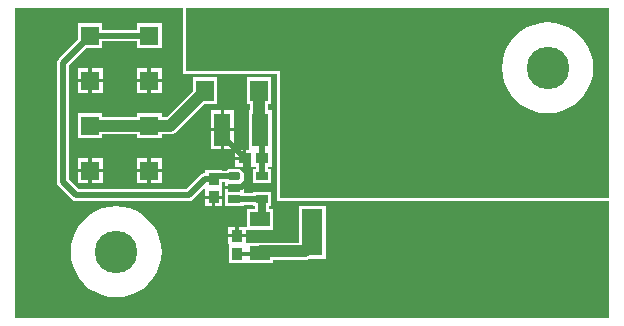
<source format=gtl>
%FSLAX44Y44*%
%MOMM*%
G71*
G01*
G75*
G04 Layer_Physical_Order=1*
G04 Layer_Color=255*
%ADD10R,1.7000X1.2500*%
%ADD11R,10.0000X13.5000*%
%ADD12R,1.8000X4.0000*%
G04:AMPARAMS|DCode=13|XSize=0.7mm|YSize=1.1mm|CornerRadius=0mm|HoleSize=0mm|Usage=FLASHONLY|Rotation=270.000|XOffset=0mm|YOffset=0mm|HoleType=Round|Shape=Octagon|*
%AMOCTAGOND13*
4,1,8,0.5500,0.1750,0.5500,-0.1750,0.3750,-0.3500,-0.3750,-0.3500,-0.5500,-0.1750,-0.5500,0.1750,-0.3750,0.3500,0.3750,0.3500,0.5500,0.1750,0.0*
%
%ADD13OCTAGOND13*%

%ADD14R,1.1000X0.7000*%
%ADD15R,0.9500X1.0000*%
%ADD16R,4.0000X2.5000*%
%ADD17R,1.6000X1.8000*%
%ADD18R,1.4500X2.8000*%
%ADD19R,1.1000X0.9500*%
%ADD20C,0.5000*%
%ADD21C,1.0000*%
%ADD22C,0.6800*%
%ADD23C,0.3000*%
%ADD24R,1.6000X1.6000*%
%ADD25C,3.6000*%
%ADD26O,3.5000X3.0000*%
%ADD27R,3.5000X3.0000*%
%ADD28C,0.8000*%
G36*
X506534Y105250D02*
X228250D01*
Y212750D01*
X148250D01*
Y266534D01*
X506534D01*
Y105250D01*
D02*
G37*
G36*
X145750Y210250D02*
X225750D01*
Y102750D01*
X506534D01*
Y3467D01*
X3467D01*
Y266534D01*
X145750D01*
Y210250D01*
D02*
G37*
%LPC*%
G36*
X65752Y139041D02*
X56712D01*
Y130001D01*
X65752D01*
Y139041D01*
D02*
G37*
G36*
X127792Y127001D02*
X118752D01*
Y117961D01*
X127792D01*
Y127001D01*
D02*
G37*
G36*
X115752D02*
X106712D01*
Y117961D01*
X115752D01*
Y127001D01*
D02*
G37*
G36*
X127792Y139041D02*
X118752D01*
Y130001D01*
X127792D01*
Y139041D01*
D02*
G37*
G36*
X196500Y137250D02*
X189960D01*
Y131460D01*
X196500D01*
Y137250D01*
D02*
G37*
G36*
X77792Y139041D02*
X68752D01*
Y130001D01*
X77792D01*
Y139041D01*
D02*
G37*
G36*
X115752D02*
X106712D01*
Y130001D01*
X115752D01*
Y139041D01*
D02*
G37*
G36*
X77792Y127001D02*
X68752D01*
Y117961D01*
X77792D01*
Y127001D01*
D02*
G37*
G36*
X190000Y80990D02*
X184210D01*
Y74950D01*
X190000D01*
Y80990D01*
D02*
G37*
G36*
X266650Y98650D02*
X243850D01*
Y67464D01*
X212050D01*
X211185Y67350D01*
X199850D01*
Y67350D01*
X199688D01*
X198790Y68248D01*
Y71950D01*
X184210D01*
Y65910D01*
X184350D01*
Y64850D01*
X184350D01*
Y50050D01*
X198650D01*
Y50050D01*
X198650D01*
X198650Y50050D01*
X199850Y50050D01*
Y50050D01*
X221650D01*
Y52536D01*
X249000D01*
X250932Y52790D01*
X252732Y53536D01*
X253141Y53850D01*
X266650D01*
Y98650D01*
D02*
G37*
G36*
X89250Y98270D02*
X83224Y97795D01*
X77347Y96384D01*
X71763Y94071D01*
X66609Y90913D01*
X62013Y86988D01*
X58088Y82392D01*
X54930Y77238D01*
X52617Y71654D01*
X51206Y65777D01*
X50731Y59751D01*
X51206Y53725D01*
X52617Y47848D01*
X54930Y42264D01*
X58088Y37110D01*
X62013Y32514D01*
X66609Y28589D01*
X71763Y25430D01*
X77347Y23117D01*
X83224Y21706D01*
X89250Y21232D01*
X95276Y21706D01*
X101153Y23117D01*
X106737Y25430D01*
X111891Y28589D01*
X116487Y32514D01*
X120413Y37110D01*
X123571Y42264D01*
X125884Y47848D01*
X127295Y53725D01*
X127769Y59751D01*
X127295Y65777D01*
X125884Y71654D01*
X123571Y77238D01*
X120413Y82392D01*
X116487Y86988D01*
X111891Y90913D01*
X106737Y94071D01*
X101153Y96384D01*
X95276Y97795D01*
X89250Y98270D01*
D02*
G37*
G36*
X197290Y112480D02*
X181210D01*
Y107940D01*
X181350D01*
Y98600D01*
X197150D01*
Y99504D01*
X204850D01*
Y98600D01*
X206836D01*
Y95850D01*
X199850D01*
Y80990D01*
X198790D01*
Y80990D01*
X193000D01*
Y74950D01*
X198790D01*
Y78550D01*
X199850D01*
Y78550D01*
X221650D01*
Y95850D01*
X218663D01*
Y98600D01*
X220650D01*
Y110400D01*
X212818D01*
X212750Y110414D01*
X212681Y110400D01*
X204850D01*
Y109496D01*
X197290D01*
Y112480D01*
D02*
G37*
G36*
X65752Y127001D02*
X56712D01*
Y117961D01*
X65752D01*
Y127001D01*
D02*
G37*
G36*
X179040Y104230D02*
X173250D01*
Y98190D01*
X179040D01*
Y104230D01*
D02*
G37*
G36*
X170250D02*
X164460D01*
Y98190D01*
X170250D01*
Y104230D01*
D02*
G37*
G36*
X127792Y203201D02*
X118752D01*
Y194161D01*
X127792D01*
Y203201D01*
D02*
G37*
G36*
X65752Y215241D02*
X56712D01*
Y206201D01*
X65752D01*
Y215241D01*
D02*
G37*
G36*
X77792Y203201D02*
X68752D01*
Y194161D01*
X77792D01*
Y203201D01*
D02*
G37*
G36*
X115752D02*
X106712D01*
Y194161D01*
X115752D01*
Y203201D01*
D02*
G37*
G36*
X127792Y215241D02*
X118752D01*
Y206201D01*
X127792D01*
Y215241D01*
D02*
G37*
G36*
X127652Y253201D02*
X106852D01*
Y247797D01*
X77652D01*
Y253201D01*
X56852D01*
Y239466D01*
X40467Y223082D01*
X39384Y221461D01*
X39004Y219549D01*
Y119000D01*
X39384Y117088D01*
X40467Y115468D01*
X51717Y104217D01*
X53338Y103134D01*
X55250Y102754D01*
X150500D01*
X152412Y103134D01*
X154033Y104217D01*
X163287Y113471D01*
X164460Y112985D01*
Y107230D01*
X179040D01*
Y113270D01*
X178900D01*
Y114330D01*
X178900D01*
Y118504D01*
X181210D01*
Y115480D01*
X197290D01*
Y120020D01*
X197290Y120020D01*
X197290D01*
X197094Y120494D01*
X197150Y120550D01*
Y126450D01*
X194200Y129400D01*
X184300D01*
X183396Y128496D01*
X178900D01*
Y129130D01*
X164600D01*
Y126726D01*
X164480D01*
X162568Y126346D01*
X161919Y125912D01*
X160947Y125263D01*
X148431Y112746D01*
X57319D01*
X48996Y121069D01*
Y217480D01*
X63917Y232401D01*
X77652D01*
Y237805D01*
X106852D01*
Y232401D01*
X127652D01*
Y253201D01*
D02*
G37*
G36*
X77792Y215241D02*
X68752D01*
Y206201D01*
X77792D01*
Y215241D01*
D02*
G37*
G36*
X115752D02*
X106712D01*
Y206201D01*
X115752D01*
Y215241D01*
D02*
G37*
G36*
X65752Y203201D02*
X56712D01*
Y194161D01*
X65752D01*
Y203201D01*
D02*
G37*
G36*
X189040Y161750D02*
X180750D01*
Y146710D01*
X189040D01*
Y161750D01*
D02*
G37*
G36*
X220510Y207400D02*
X199710D01*
Y184600D01*
X202646D01*
Y179650D01*
X201600D01*
Y146850D01*
D01*
Y146850D01*
X200790Y146040D01*
X199500D01*
Y138750D01*
Y131460D01*
X206040D01*
Y131600D01*
X208004D01*
Y129400D01*
X204850D01*
Y117600D01*
X220650D01*
Y129400D01*
X217996D01*
Y131600D01*
X220900D01*
Y145900D01*
D01*
Y145900D01*
X220900Y145900D01*
X220900Y146850D01*
X220900D01*
Y179650D01*
X217574D01*
Y184600D01*
X220510D01*
Y207400D01*
D02*
G37*
G36*
X196500Y146040D02*
X189960D01*
Y140250D01*
X196500D01*
Y146040D01*
D02*
G37*
G36*
X177750Y161750D02*
X169460D01*
Y146710D01*
X177750D01*
Y161750D01*
D02*
G37*
G36*
X174790Y207400D02*
X153990D01*
Y196156D01*
X131899Y174065D01*
X127652D01*
Y177001D01*
X106852D01*
Y174065D01*
X77652D01*
Y177001D01*
X56852D01*
Y156201D01*
X77652D01*
Y159137D01*
X106852D01*
Y156201D01*
X127652D01*
Y159137D01*
X134991D01*
X136922Y159391D01*
X138723Y160137D01*
X140268Y161323D01*
X140268Y161323D01*
X140268Y161323D01*
X163545Y184600D01*
X174790D01*
Y207400D01*
D02*
G37*
G36*
X454500Y254019D02*
X448475Y253545D01*
X442597Y252134D01*
X437013Y249821D01*
X431859Y246663D01*
X427263Y242737D01*
X423338Y238141D01*
X420180Y232987D01*
X417867Y227403D01*
X416456Y221526D01*
X415981Y215500D01*
X416456Y209475D01*
X417867Y203597D01*
X420180Y198013D01*
X423338Y192860D01*
X427263Y188263D01*
X431859Y184338D01*
X437013Y181180D01*
X442597Y178867D01*
X448475Y177456D01*
X454500Y176982D01*
X460526Y177456D01*
X466403Y178867D01*
X471987Y181180D01*
X477141Y184338D01*
X481737Y188263D01*
X485662Y192860D01*
X488821Y198013D01*
X491134Y203597D01*
X492545Y209475D01*
X493019Y215500D01*
X492545Y221526D01*
X491134Y227403D01*
X488821Y232987D01*
X485662Y238141D01*
X481737Y242737D01*
X477141Y246663D01*
X471987Y249821D01*
X466403Y252134D01*
X460526Y253545D01*
X454500Y254019D01*
D02*
G37*
G36*
X177750Y179790D02*
X169460D01*
Y164750D01*
X177750D01*
Y179790D01*
D02*
G37*
G36*
X189040D02*
X180750D01*
Y164750D01*
X189040D01*
Y179790D01*
D02*
G37*
%LPD*%
D10*
X210750Y87200D02*
D03*
Y58700D02*
D03*
D11*
X280750Y174949D02*
D03*
D12*
X306150Y76250D02*
D03*
X255250D02*
D03*
D13*
X189250Y123500D02*
D03*
D14*
Y104500D02*
D03*
X189250Y113980D02*
D03*
X212750Y104500D02*
D03*
Y123500D02*
D03*
D15*
X171750Y121730D02*
D03*
Y105730D02*
D03*
X191500Y57450D02*
D03*
Y73450D02*
D03*
D16*
X369500Y137310D02*
D03*
X369500Y65450D02*
D03*
D17*
X164390Y196000D02*
D03*
X210110D02*
D03*
D18*
X179250Y163250D02*
D03*
X211250D02*
D03*
D19*
X213000Y138750D02*
D03*
X198000D02*
D03*
D20*
X164480Y121730D02*
X171750D01*
X150500Y107750D02*
X164480Y121730D01*
X55250Y107750D02*
X150500D01*
X179250Y157500D02*
X198000Y138750D01*
X179250Y157500D02*
Y163250D01*
X213000Y138750D02*
Y161500D01*
Y123750D02*
Y138750D01*
X212750Y123500D02*
X213000Y123750D01*
X189250Y104500D02*
X212750D01*
X212750Y104500D01*
X67252Y242801D02*
X117252D01*
X44000Y219549D02*
X67252Y242801D01*
X44000Y119000D02*
Y219549D01*
Y119000D02*
X55250Y107750D01*
X171750Y121730D02*
X173520Y123500D01*
X189250D01*
X198000Y138750D02*
X201000Y135750D01*
X189250Y113980D02*
X190020Y114750D01*
X196000D01*
X201000Y119750D01*
Y135750D01*
D21*
X249000Y60000D02*
X255250Y66250D01*
X212050Y60000D02*
X249000D01*
X210750Y58700D02*
X212050Y60000D01*
X67252Y166601D02*
X117252D01*
X134991D01*
X164390Y196000D01*
X210110Y164390D02*
Y196000D01*
Y164390D02*
X211250Y163250D01*
X213000Y161500D01*
X255250Y66250D02*
Y76250D01*
D22*
X212750Y89200D02*
Y104500D01*
X210750Y87200D02*
X212750Y89200D01*
D23*
X191500Y57450D02*
X209500D01*
X210750Y58700D01*
D24*
X67252Y166601D02*
D03*
X117252D02*
D03*
X67252Y128501D02*
D03*
X117252D02*
D03*
X67252Y242801D02*
D03*
X117252D02*
D03*
X67252Y204701D02*
D03*
X117252D02*
D03*
D25*
X89250Y59751D02*
D03*
X454500Y215500D02*
D03*
D26*
Y124950D02*
D03*
D27*
Y74950D02*
D03*
D28*
X318750Y30250D02*
D03*
X306250D02*
D03*
X293750D02*
D03*
X324750Y138000D02*
D03*
X302813Y138100D02*
D03*
Y162700D02*
D03*
Y187050D02*
D03*
X324750Y187300D02*
D03*
Y162700D02*
D03*
X302813Y211650D02*
D03*
X324750Y211900D02*
D03*
Y236500D02*
D03*
X237000Y236250D02*
D03*
X258938Y236500D02*
D03*
X280875D02*
D03*
X302813Y236250D02*
D03*
X280875Y211900D02*
D03*
X258938D02*
D03*
X237000Y211650D02*
D03*
X280875Y187300D02*
D03*
X258938D02*
D03*
X237000Y187050D02*
D03*
X280875Y162700D02*
D03*
X258938D02*
D03*
X237000Y162450D02*
D03*
X280875Y138100D02*
D03*
X258938D02*
D03*
X237000Y137850D02*
D03*
X324750Y113500D02*
D03*
X302813Y113250D02*
D03*
X280875Y113500D02*
D03*
X258938D02*
D03*
X237000Y113250D02*
D03*
X293750Y42000D02*
D03*
X306250D02*
D03*
X318750D02*
D03*
M02*

</source>
